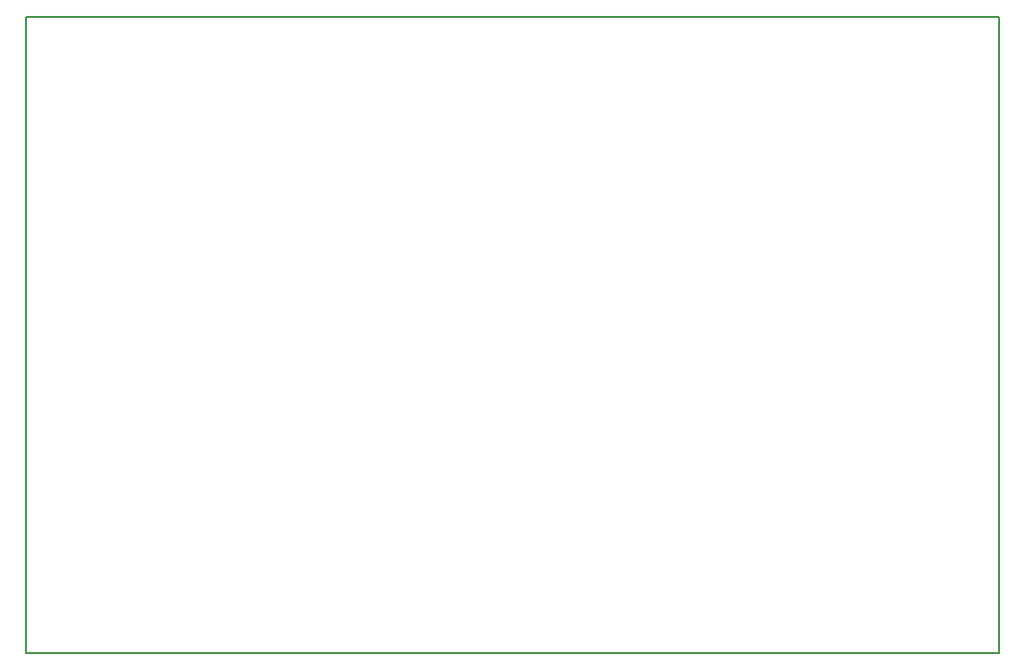
<source format=gbp>
G75*
%MOIN*%
%OFA0B0*%
%FSLAX25Y25*%
%IPPOS*%
%LPD*%
%AMOC8*
5,1,8,0,0,1.08239X$1,22.5*
%
%ADD10C,0.00800*%
D10*
X0210000Y0455000D02*
X0210000Y0667500D01*
X0535000Y0667500D01*
X0535000Y0455000D01*
X0210000Y0455000D01*
M02*

</source>
